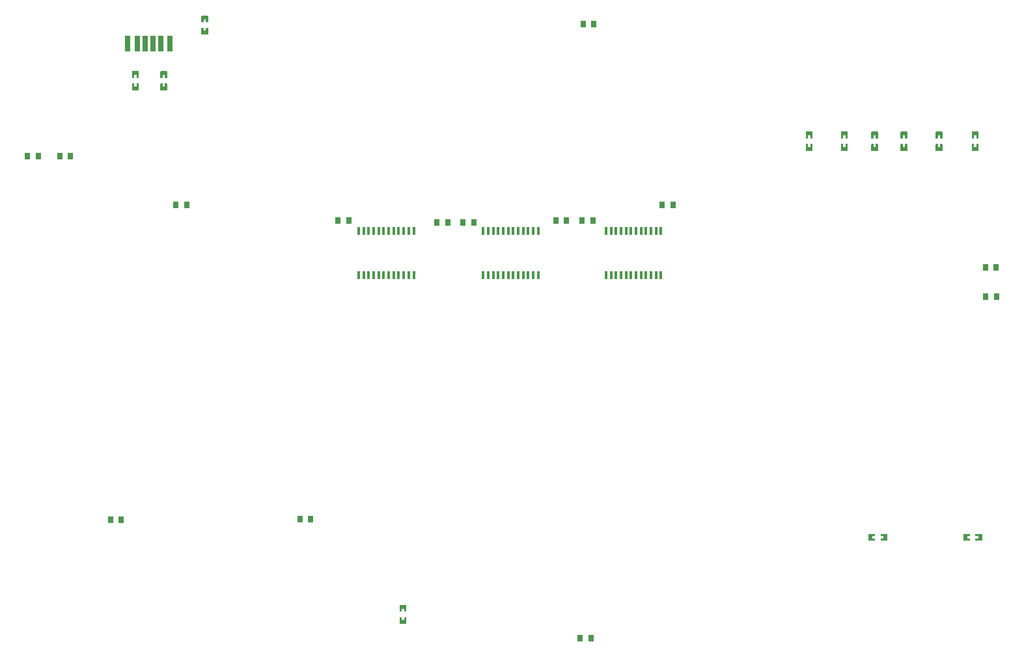
<source format=gtp>
G04 Layer: TopPasteMaskLayer*
G04 EasyEDA v6.5.22, 2023-04-21 15:38:10*
G04 6d2149ed1d2646eb8880a206008ce751,0d2cea57a9a8422ebbcee2df73fbc454,10*
G04 Gerber Generator version 0.2*
G04 Scale: 100 percent, Rotated: No, Reflected: No *
G04 Dimensions in millimeters *
G04 leading zeros omitted , absolute positions ,4 integer and 5 decimal *
%FSLAX45Y45*%
%MOMM*%

%ADD10R,0.8000X0.9000*%
%ADD11R,0.3000X1.0000*%
%ADD12R,0.8000X2.0000*%
%ADD13R,0.7600X2.0000*%
%ADD14R,0.7000X2.0000*%
%ADD15R,0.0194X2.0000*%

%LPD*%
G36*
X11829440Y1492808D02*
G01*
X11824411Y1487779D01*
X11824411Y1465021D01*
X11861393Y1465021D01*
X11861393Y1432001D01*
X11824411Y1432001D01*
X11824411Y1407820D01*
X11829440Y1402791D01*
X11909399Y1402791D01*
X11914428Y1407820D01*
X11914428Y1487779D01*
X11909399Y1492808D01*
G37*
G36*
X11670436Y1492808D02*
G01*
X11665407Y1487779D01*
X11665407Y1407820D01*
X11670436Y1402791D01*
X11749430Y1402791D01*
X11754408Y1407820D01*
X11754408Y1432001D01*
X11716410Y1432001D01*
X11716410Y1465021D01*
X11754408Y1465021D01*
X11754408Y1487779D01*
X11749430Y1492808D01*
G37*
G36*
X5573420Y410006D02*
G01*
X5568391Y404977D01*
X5568391Y325018D01*
X5573420Y319989D01*
X5653379Y319989D01*
X5658408Y325018D01*
X5658408Y404977D01*
X5653379Y410006D01*
X5630621Y410006D01*
X5630621Y372973D01*
X5597601Y372973D01*
X5597601Y410006D01*
G37*
G36*
X5573420Y569010D02*
G01*
X5568391Y563981D01*
X5568391Y484987D01*
X5573420Y480009D01*
X5597601Y480009D01*
X5597601Y518007D01*
X5630621Y518007D01*
X5630621Y480009D01*
X5653379Y480009D01*
X5658408Y484987D01*
X5658408Y563981D01*
X5653379Y569010D01*
G37*
G36*
X10856620Y6569506D02*
G01*
X10851591Y6564477D01*
X10851591Y6484518D01*
X10856620Y6479489D01*
X10936579Y6479489D01*
X10941608Y6484518D01*
X10941608Y6564477D01*
X10936579Y6569506D01*
X10913821Y6569506D01*
X10913821Y6532473D01*
X10880801Y6532473D01*
X10880801Y6569506D01*
G37*
G36*
X10856620Y6728510D02*
G01*
X10851591Y6723481D01*
X10851591Y6644487D01*
X10856620Y6639509D01*
X10880801Y6639509D01*
X10880801Y6677507D01*
X10913821Y6677507D01*
X10913821Y6639509D01*
X10936579Y6639509D01*
X10941608Y6644487D01*
X10941608Y6723481D01*
X10936579Y6728510D01*
G37*
G36*
X11313820Y6569506D02*
G01*
X11308791Y6564477D01*
X11308791Y6484518D01*
X11313820Y6479489D01*
X11393779Y6479489D01*
X11398808Y6484518D01*
X11398808Y6564477D01*
X11393779Y6569506D01*
X11371021Y6569506D01*
X11371021Y6532473D01*
X11338001Y6532473D01*
X11338001Y6569506D01*
G37*
G36*
X11313820Y6728510D02*
G01*
X11308791Y6723481D01*
X11308791Y6644487D01*
X11313820Y6639509D01*
X11338001Y6639509D01*
X11338001Y6677507D01*
X11371021Y6677507D01*
X11371021Y6639509D01*
X11393779Y6639509D01*
X11398808Y6644487D01*
X11398808Y6723481D01*
X11393779Y6728510D01*
G37*
G36*
X11707520Y6569506D02*
G01*
X11702491Y6564477D01*
X11702491Y6484518D01*
X11707520Y6479489D01*
X11787479Y6479489D01*
X11792508Y6484518D01*
X11792508Y6564477D01*
X11787479Y6569506D01*
X11764721Y6569506D01*
X11764721Y6532473D01*
X11731701Y6532473D01*
X11731701Y6569506D01*
G37*
G36*
X11707520Y6728510D02*
G01*
X11702491Y6723481D01*
X11702491Y6644487D01*
X11707520Y6639509D01*
X11731701Y6639509D01*
X11731701Y6677507D01*
X11764721Y6677507D01*
X11764721Y6639509D01*
X11787479Y6639509D01*
X11792508Y6644487D01*
X11792508Y6723481D01*
X11787479Y6728510D01*
G37*
G36*
X12088520Y6569506D02*
G01*
X12083491Y6564477D01*
X12083491Y6484518D01*
X12088520Y6479489D01*
X12168479Y6479489D01*
X12173508Y6484518D01*
X12173508Y6564477D01*
X12168479Y6569506D01*
X12145721Y6569506D01*
X12145721Y6532473D01*
X12112701Y6532473D01*
X12112701Y6569506D01*
G37*
G36*
X12088520Y6728510D02*
G01*
X12083491Y6723481D01*
X12083491Y6644487D01*
X12088520Y6639509D01*
X12112701Y6639509D01*
X12112701Y6677507D01*
X12145721Y6677507D01*
X12145721Y6639509D01*
X12168479Y6639509D01*
X12173508Y6644487D01*
X12173508Y6723481D01*
X12168479Y6728510D01*
G37*
G36*
X12545720Y6569506D02*
G01*
X12540691Y6564477D01*
X12540691Y6484518D01*
X12545720Y6479489D01*
X12625679Y6479489D01*
X12630708Y6484518D01*
X12630708Y6564477D01*
X12625679Y6569506D01*
X12602921Y6569506D01*
X12602921Y6532473D01*
X12569901Y6532473D01*
X12569901Y6569506D01*
G37*
G36*
X12545720Y6728510D02*
G01*
X12540691Y6723481D01*
X12540691Y6644487D01*
X12545720Y6639509D01*
X12569901Y6639509D01*
X12569901Y6677507D01*
X12602921Y6677507D01*
X12602921Y6639509D01*
X12625679Y6639509D01*
X12630708Y6644487D01*
X12630708Y6723481D01*
X12625679Y6728510D01*
G37*
G36*
X13015620Y6569506D02*
G01*
X13010591Y6564477D01*
X13010591Y6484518D01*
X13015620Y6479489D01*
X13095579Y6479489D01*
X13100608Y6484518D01*
X13100608Y6564477D01*
X13095579Y6569506D01*
X13072821Y6569506D01*
X13072821Y6532473D01*
X13039801Y6532473D01*
X13039801Y6569506D01*
G37*
G36*
X13015620Y6728510D02*
G01*
X13010591Y6723481D01*
X13010591Y6644487D01*
X13015620Y6639509D01*
X13039801Y6639509D01*
X13039801Y6677507D01*
X13072821Y6677507D01*
X13072821Y6639509D01*
X13095579Y6639509D01*
X13100608Y6644487D01*
X13100608Y6723481D01*
X13095579Y6728510D01*
G37*
G36*
X13064642Y1492808D02*
G01*
X13059613Y1487779D01*
X13059613Y1465021D01*
X13096646Y1465021D01*
X13096646Y1432001D01*
X13059613Y1432001D01*
X13059613Y1407820D01*
X13064642Y1402791D01*
X13144652Y1402791D01*
X13149630Y1407820D01*
X13149630Y1487779D01*
X13144652Y1492808D01*
G37*
G36*
X12905638Y1492808D02*
G01*
X12900609Y1487779D01*
X12900609Y1407820D01*
X12905638Y1402791D01*
X12984632Y1402791D01*
X12989610Y1407820D01*
X12989610Y1432001D01*
X12951612Y1432001D01*
X12951612Y1465021D01*
X12989610Y1465021D01*
X12989610Y1487779D01*
X12984632Y1492808D01*
G37*
G36*
X2461869Y7356906D02*
G01*
X2456891Y7351877D01*
X2456891Y7271918D01*
X2461869Y7266889D01*
X2541879Y7266889D01*
X2546908Y7271918D01*
X2546908Y7351877D01*
X2541879Y7356906D01*
X2519070Y7356906D01*
X2519070Y7319873D01*
X2486101Y7319873D01*
X2486101Y7356906D01*
G37*
G36*
X2461869Y7515910D02*
G01*
X2456891Y7510881D01*
X2456891Y7431887D01*
X2461869Y7426909D01*
X2486101Y7426909D01*
X2486101Y7464907D01*
X2519070Y7464907D01*
X2519070Y7426909D01*
X2541879Y7426909D01*
X2546908Y7431887D01*
X2546908Y7510881D01*
X2541879Y7515910D01*
G37*
G36*
X2093569Y7356906D02*
G01*
X2088591Y7351877D01*
X2088591Y7271918D01*
X2093569Y7266889D01*
X2173579Y7266889D01*
X2178608Y7271918D01*
X2178608Y7351877D01*
X2173579Y7356906D01*
X2150770Y7356906D01*
X2150770Y7319873D01*
X2117801Y7319873D01*
X2117801Y7356906D01*
G37*
G36*
X2093569Y7515910D02*
G01*
X2088591Y7510881D01*
X2088591Y7431887D01*
X2093569Y7426909D01*
X2117801Y7426909D01*
X2117801Y7464907D01*
X2150770Y7464907D01*
X2150770Y7426909D01*
X2173579Y7426909D01*
X2178608Y7431887D01*
X2178608Y7510881D01*
X2173579Y7515910D01*
G37*
G36*
X2995269Y8080806D02*
G01*
X2990291Y8075777D01*
X2990291Y7995818D01*
X2995269Y7990789D01*
X3075279Y7990789D01*
X3080308Y7995818D01*
X3080308Y8075777D01*
X3075279Y8080806D01*
X3052470Y8080806D01*
X3052470Y8043773D01*
X3019501Y8043773D01*
X3019501Y8080806D01*
G37*
G36*
X2995269Y8239810D02*
G01*
X2990291Y8234781D01*
X2990291Y8155787D01*
X2995269Y8150809D01*
X3019501Y8150809D01*
X3019501Y8188807D01*
X3052470Y8188807D01*
X3052470Y8150809D01*
X3075279Y8150809D01*
X3080308Y8155787D01*
X3080308Y8234781D01*
X3075279Y8239810D01*
G37*
D10*
G01*
X8058277Y139700D03*
G01*
X7918297Y139700D03*
G01*
X4908956Y5576062D03*
G01*
X4768951Y5576062D03*
G01*
X6394297Y5549900D03*
G01*
X6534302Y5549900D03*
G01*
X7943697Y5575300D03*
G01*
X8083702Y5575300D03*
G01*
X7956397Y8128000D03*
G01*
X8096402Y8128000D03*
G01*
X13335152Y4584700D03*
G01*
X13195147Y4584700D03*
G01*
X870102Y6413500D03*
G01*
X730097Y6413500D03*
G01*
X1149197Y6413500D03*
G01*
X1289202Y6413500D03*
D11*
G01*
X5753684Y5433491D03*
G01*
X5688685Y5433491D03*
G01*
X5623686Y5433491D03*
G01*
X5558688Y5433491D03*
G01*
X5493689Y5433491D03*
G01*
X5428691Y5433491D03*
G01*
X5363692Y5433491D03*
G01*
X5298693Y5433491D03*
G01*
X5233695Y5433491D03*
G01*
X5168696Y5433491D03*
G01*
X5103698Y5433491D03*
G01*
X5038699Y5433491D03*
G01*
X5038699Y4858486D03*
G01*
X5103698Y4858486D03*
G01*
X5168696Y4858486D03*
G01*
X5233695Y4858486D03*
G01*
X5298693Y4858486D03*
G01*
X5363692Y4858486D03*
G01*
X5428691Y4858486D03*
G01*
X5493689Y4858486D03*
G01*
X5558688Y4858486D03*
G01*
X5623686Y4858486D03*
G01*
X5688685Y4858486D03*
G01*
X5753684Y4858486D03*
D10*
G01*
X13328777Y4965700D03*
G01*
X13188772Y4965700D03*
D11*
G01*
X7372934Y5432577D03*
G01*
X7307935Y5432577D03*
G01*
X7242936Y5432577D03*
G01*
X7177938Y5432577D03*
G01*
X7112939Y5432577D03*
G01*
X7047941Y5432577D03*
G01*
X6982942Y5432577D03*
G01*
X6917943Y5432577D03*
G01*
X6852945Y5432577D03*
G01*
X6787946Y5432577D03*
G01*
X6722948Y5432577D03*
G01*
X6657949Y5432577D03*
G01*
X6657949Y4857597D03*
G01*
X6722948Y4857597D03*
G01*
X6787946Y4857597D03*
G01*
X6852945Y4857597D03*
G01*
X6917943Y4857597D03*
G01*
X6982942Y4857597D03*
G01*
X7047941Y4857597D03*
G01*
X7112939Y4857597D03*
G01*
X7177938Y4857597D03*
G01*
X7242936Y4857597D03*
G01*
X7307935Y4857597D03*
G01*
X7372934Y4857597D03*
G01*
X8970594Y5432577D03*
G01*
X8905570Y5432577D03*
G01*
X8840571Y5432577D03*
G01*
X8775572Y5432577D03*
G01*
X8710574Y5432577D03*
G01*
X8645575Y5432577D03*
G01*
X8580577Y5432577D03*
G01*
X8515578Y5432577D03*
G01*
X8450579Y5432577D03*
G01*
X8385581Y5432577D03*
G01*
X8320582Y5432577D03*
G01*
X8255584Y5432577D03*
G01*
X8255584Y4857597D03*
G01*
X8320582Y4857597D03*
G01*
X8385581Y4857597D03*
G01*
X8450579Y4857597D03*
G01*
X8515578Y4857597D03*
G01*
X8580577Y4857597D03*
G01*
X8645575Y4857597D03*
G01*
X8710574Y4857597D03*
G01*
X8775572Y4857597D03*
G01*
X8840571Y4857597D03*
G01*
X8905570Y4857597D03*
G01*
X8970594Y4857597D03*
D10*
G01*
X1809597Y1676400D03*
G01*
X1949602Y1676400D03*
G01*
X4273397Y1689100D03*
G01*
X4413402Y1689100D03*
G01*
X2800502Y5778474D03*
G01*
X2660497Y5778474D03*
G01*
X6197600Y5549874D03*
G01*
X6057595Y5549874D03*
G01*
X7740777Y5575300D03*
G01*
X7600797Y5575300D03*
G01*
X9125077Y5778474D03*
G01*
X8985072Y5778474D03*
D12*
G01*
X2586405Y7877784D03*
G01*
X2036394Y7877784D03*
D13*
G01*
X2463393Y7877784D03*
D14*
G01*
X2361387Y7877784D03*
G01*
X2261387Y7877784D03*
D13*
G01*
X2159381Y7877784D03*
M02*

</source>
